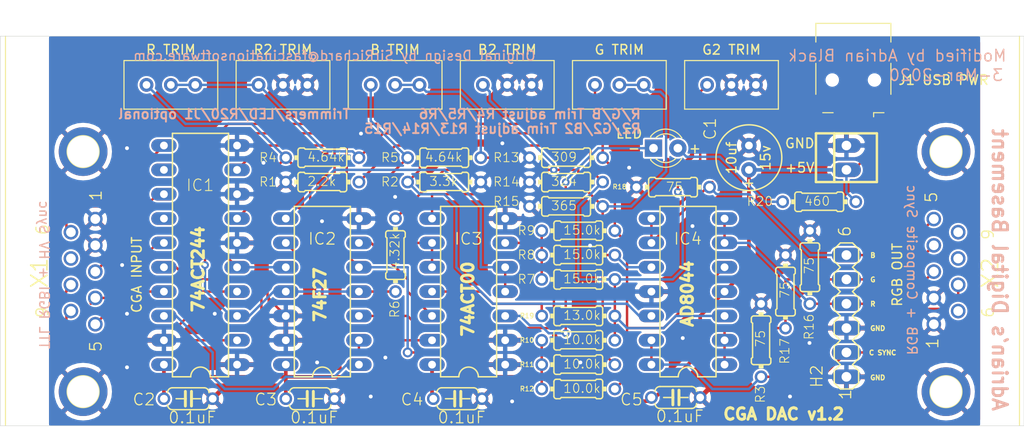
<source format=kicad_pcb>
(kicad_pcb (version 20171130) (host pcbnew "(5.1.4)-1")
  (layers (0 Top signal) (31 Bottom signal) (34 B.Paste user hide) (35 F.Paste user hide) (36 B.SilkS user hide) (37 F.SilkS user) (38 B.Mask user) (39 F.Mask user) (44 Edge.Cuts user))
  (net 0 "")
  (net 1 +5V)
  (net 2 GND)
  (net 3 "Net-(IC1-Pad18)")
  (net 4 "Net-(IC1-Pad17)")
  (net 5 "Net-(IC1-Pad16)")
  (net 6 "Net-(IC1-Pad15)")
  (net 7 "Net-(IC1-Pad14)")
  (net 8 "Net-(IC1-Pad13)")
  (net 9 "Net-(IC1-Pad12)")
  (net 10 "Net-(IC1-Pad11)")
  (net 11 "Net-(IC1-Pad9)")
  (net 12 "Net-(IC1-Pad5)")
  (net 13 "Net-(IC1-Pad4)")
  (net 14 "Net-(IC1-Pad3)")
  (net 15 "Net-(IC1-Pad7)")
  (net 16 "Net-(IC1-Pad2)")
  (net 17 "Net-(IC2-Pad6)")
  (net 18 "Net-(IC2-Pad3)")
  (net 19 "Net-(IC2-Pad8)")
  (net 20 "Net-(IC3-Pad11)")
  (net 21 "Net-(IC3-Pad6)")
  (net 22 "Net-(H2-Pad2)")
  (net 23 "Net-(IC4-Pad12)")
  (net 24 "Net-(IC4-Pad10)")
  (net 25 "Net-(H2-Pad6)")
  (net 26 "Net-(IC4-Pad5)")
  (net 27 "Net-(H2-Pad4)")
  (net 28 "Net-(IC4-Pad3)")
  (net 29 "Net-(H2-Pad5)")
  (net 30 "Net-(X1-Pad7)")
  (net 31 "Net-(D1-Pad1)")
  (net 32 "Net-(X2-Pad6)")
  (net 33 "Net-(X2-Pad8)")
  (net 34 "Net-(X2-Pad9)")
  (net 35 "Net-(D1-Pad2)")
  (net 36 "Net-(J1-Pad3)")
  (net 37 "Net-(J1-Pad2)")
  (net 38 "Net-(J1-Pad4)")
  (module Connector_USB:USB_Mini-B_Lumberg_2486_01_Horizontal (layer Top) (at 190.5 84.836 180)
    (fp_text reference "J1 USB PWR" (at -9.398 0) (layer F.SilkS))
    (fp_text value USB_B_Mini)
    (pad "" np_thru_hole circle (at 2.2 0 180) (size 1 1) (drill 1) (layers *.Cu *.Mask))
    (pad "" np_thru_hole circle (at -2.2 0 180) (size 1 1) (drill 1) (layers *.Cu *.Mask))
    (pad 6 smd rect (at 4.45 2.85 180) (size 2 1.7) (layers Top F.Paste F.Mask) (net 2 GND))
    (pad 6 smd rect (at 4.45 -2.6 180) (size 2 1.7) (layers Top F.Paste F.Mask) (net 2 GND))
    (pad 6 smd rect (at -4.45 2.85 180) (size 2 1.7) (layers Top F.Paste F.Mask) (net 2 GND))
    (pad 6 smd rect (at -4.45 -2.6 180) (size 2 1.7) (layers Top F.Paste F.Mask) (net 2 GND))
    (pad 5 smd rect (at 1.6 -2.7 180) (size 0.5 2) (layers Top F.Paste F.Mask) (net 2 GND))
    (pad 4 smd rect (at 0.8 -2.7 180) (size 0.5 2) (layers Top F.Paste F.Mask) (net 38 "Net-(J1-Pad4)"))
    (pad 3 smd rect (at 0 -2.7 180) (size 0.5 2) (layers Top F.Paste F.Mask) (net 36 "Net-(J1-Pad3)"))
    (pad 2 smd rect (at -0.8 -2.7 180) (size 0.5 2) (layers Top F.Paste F.Mask) (net 37 "Net-(J1-Pad2)"))
    (pad 1 smd rect (at -1.6 -2.7 180) (size 0.5 2) (layers Top F.Paste F.Mask) (net 1 +5V))
  )
  (module Potentiometer_THT:Potentiometer_Bourns_3296W_Vertical (layer Top) (at 151.892 85.344 180)
    (fp_text reference RV6)
    (fp_text value "B2 TRIM" (at -2.54 3.67) (layer F.SilkS))
    (pad 3 thru_hole circle (at -5.08 0 180) (size 1.44 1.44) (drill 0.8) (layers *.Cu *.Mask) (net 2 GND))
    (pad 2 thru_hole circle (at -2.54 0 180) (size 1.44 1.44) (drill 0.8) (layers *.Cu *.Mask) (net 2 GND))
    (pad 1 thru_hole circle (at 0 0 180) (size 1.44 1.44) (drill 0.8) (layers *.Cu *.Mask) (net 24 "Net-(IC4-Pad10)"))
  )
  (module Potentiometer_THT:Potentiometer_Bourns_3296W_Vertical (layer Top) (at 175.26 85.344 180)
    (fp_text reference RV5)
    (fp_text value "G2 TRIM" (at -2.54 3.67) (layer F.SilkS))
    (pad 3 thru_hole circle (at -5.08 0 180) (size 1.44 1.44) (drill 0.8) (layers *.Cu *.Mask) (net 2 GND))
    (pad 2 thru_hole circle (at -2.54 0 180) (size 1.44 1.44) (drill 0.8) (layers *.Cu *.Mask) (net 2 GND))
    (pad 1 thru_hole circle (at 0 0 180) (size 1.44 1.44) (drill 0.8) (layers *.Cu *.Mask) (net 28 "Net-(IC4-Pad3)"))
  )
  (module Potentiometer_THT:Potentiometer_Bourns_3296W_Vertical (layer Top) (at 128.524 85.344 180)
    (fp_text reference RV4)
    (fp_text value "R2 TRIM" (at -2.54 3.67) (layer F.SilkS))
    (pad 3 thru_hole circle (at -5.08 0 180) (size 1.44 1.44) (drill 0.8) (layers *.Cu *.Mask) (net 2 GND))
    (pad 2 thru_hole circle (at -2.54 0 180) (size 1.44 1.44) (drill 0.8) (layers *.Cu *.Mask) (net 2 GND))
    (pad 1 thru_hole circle (at 0 0 180) (size 1.44 1.44) (drill 0.8) (layers *.Cu *.Mask) (net 26 "Net-(IC4-Pad5)"))
  )
  (module Potentiometer_THT:Potentiometer_Bourns_3296W_Vertical (layer Top) (at 163.576 85.344 180)
    (fp_text reference RV3)
    (fp_text value "G TRIM" (at -2.54 3.67) (layer F.SilkS))
    (pad 3 thru_hole circle (at -5.08 0 180) (size 1.44 1.44) (drill 0.8) (layers *.Cu *.Mask) (net 24 "Net-(IC4-Pad10)"))
    (pad 2 thru_hole circle (at -2.54 0 180) (size 1.44 1.44) (drill 0.8) (layers *.Cu *.Mask) (net 24 "Net-(IC4-Pad10)"))
    (pad 1 thru_hole circle (at 0 0 180) (size 1.44 1.44) (drill 0.8) (layers *.Cu *.Mask) (net 14 "Net-(IC1-Pad3)"))
  )
  (module Potentiometer_THT:Potentiometer_Bourns_3296W_Vertical (layer Top) (at 140.208 85.344 180)
    (fp_text reference RV2)
    (fp_text value "B TRIM" (at -2.54 3.67) (layer F.SilkS))
    (pad 3 thru_hole circle (at -5.08 0 180) (size 1.44 1.44) (drill 0.8) (layers *.Cu *.Mask) (net 28 "Net-(IC4-Pad3)"))
    (pad 2 thru_hole circle (at -2.54 0 180) (size 1.44 1.44) (drill 0.8) (layers *.Cu *.Mask) (net 28 "Net-(IC4-Pad3)"))
    (pad 1 thru_hole circle (at 0 0 180) (size 1.44 1.44) (drill 0.8) (layers *.Cu *.Mask) (net 12 "Net-(IC1-Pad5)"))
  )
  (module Potentiometer_THT:Potentiometer_Bourns_3296W_Vertical (layer Top) (at 116.84 85.344 180)
    (fp_text reference RV1)
    (fp_text value "R TRIM" (at -2.54 3.67) (layer F.SilkS))
    (pad 3 thru_hole circle (at -5.08 0 180) (size 1.44 1.44) (drill 0.8) (layers *.Cu *.Mask) (net 26 "Net-(IC4-Pad5)"))
    (pad 2 thru_hole circle (at -2.54 0 180) (size 1.44 1.44) (drill 0.8) (layers *.Cu *.Mask) (net 26 "Net-(IC4-Pad5)"))
    (pad 1 thru_hole circle (at 0 0 180) (size 1.44 1.44) (drill 0.8) (layers *.Cu *.Mask) (net 15 "Net-(IC1-Pad7)"))
  )
  (module C128_CGA_DAC:0204_7 (layer Top) (at 186.944 97.536)
    (fp_text reference R20 (at -7.62 0.508) (layer F.SilkS) (effects (font (size 0.94107 0.94107) (thickness 0.094107)) (justify left bottom)))
    (fp_text value 460 (at -1.6256 0.4826) (layer F.SilkS) (effects (font (size 0.94107 0.94107) (thickness 0.094107)) (justify left bottom)))
    (pad 2 thru_hole circle (at 3.81 0) (size 1.3208 1.3208) (drill 0.8128) (layers *.Cu *.Mask) (net 1 +5V))
    (pad 1 thru_hole circle (at -3.81 0) (size 1.3208 1.3208) (drill 0.8128) (layers *.Cu *.Mask) (net 35 "Net-(D1-Pad2)"))
  )
  (module C128_CGA_DAC:M09HP (layer Top) (at 200.152 104.8258 90)
    (fp_text reference X2 (at -1.8542 5.588 90) (layer F.SilkS) (effects (font (size 1.6891 1.6891) (thickness 0.16891)) (justify left bottom)))
    (fp_text value DB9 hide)
    (fp_text user 6 (at -4.9022 5.08 90) (layer F.SilkS) (effects (font (size 1.2065 1.2065) (thickness 0.127)) (justify left bottom)))
    (fp_text user 9 (at 3.2258 5.08 90) (layer F.SilkS) (effects (font (size 1.2065 1.2065) (thickness 0.127)) (justify left bottom)))
    (fp_text user 5 (at 7.0993 -0.8255 90) (layer F.SilkS) (effects (font (size 1.2065 1.2065) (thickness 0.127)) (justify left bottom)))
    (fp_text user 1 (at -8.1407 -0.6985 90) (layer F.SilkS) (effects (font (size 1.2065 1.2065) (thickness 0.127)) (justify left bottom)))
    (pad G2 thru_hole circle (at 12.5222 0 90) (size 5.08 5.08) (drill 3.302) (layers *.Cu *.Mask) (net 2 GND))
    (pad G1 thru_hole circle (at -12.5222 0 90) (size 5.08 5.08) (drill 3.302) (layers *.Cu *.Mask) (net 2 GND))
    (pad 6 thru_hole circle (at -4.1148 1.27 90) (size 1.524 1.524) (drill 1.016) (layers *.Cu *.Mask) (net 32 "Net-(X2-Pad6)"))
    (pad 7 thru_hole circle (at -1.3716 1.27 90) (size 1.524 1.524) (drill 1.016) (layers *.Cu *.Mask) (net 22 "Net-(H2-Pad2)"))
    (pad 8 thru_hole circle (at 1.3716 1.27 90) (size 1.524 1.524) (drill 1.016) (layers *.Cu *.Mask) (net 33 "Net-(X2-Pad8)"))
    (pad 9 thru_hole circle (at 4.1148 1.27 90) (size 1.524 1.524) (drill 1.016) (layers *.Cu *.Mask) (net 34 "Net-(X2-Pad9)"))
    (pad 1 thru_hole circle (at -5.4864 -1.27 90) (size 1.524 1.524) (drill 1.016) (layers *.Cu *.Mask) (net 2 GND))
    (pad 2 thru_hole circle (at -2.7432 -1.27 90) (size 1.524 1.524) (drill 1.016) (layers *.Cu *.Mask) (net 2 GND))
    (pad 3 thru_hole circle (at 0 -1.27 90) (size 1.524 1.524) (drill 1.016) (layers *.Cu *.Mask) (net 27 "Net-(H2-Pad4)"))
    (pad 4 thru_hole circle (at 2.7432 -1.27 90) (size 1.524 1.524) (drill 1.016) (layers *.Cu *.Mask) (net 29 "Net-(H2-Pad5)"))
    (pad 5 thru_hole circle (at 5.4864 -1.27 90) (size 1.524 1.524) (drill 1.016) (layers *.Cu *.Mask) (net 25 "Net-(H2-Pad6)"))
  )
  (module LED_THT:LED_D3.0mm (layer Top) (at 169.672 91.948)
    (fp_text reference D1 hide)
    (fp_text value LED (at -2.54 -1.524) (layer F.SilkS))
    (pad 2 thru_hole circle (at 2.54 0) (size 1.8 1.8) (drill 0.9) (layers *.Cu *.Mask) (net 35 "Net-(D1-Pad2)"))
    (pad 1 thru_hole rect (at 0 0) (size 1.8 1.8) (drill 0.9) (layers *.Cu *.Mask) (net 31 "Net-(D1-Pad1)"))
  )
  (module C128_CGA_DAC:DIL20 (layer Top) (at 122.4661 103.0986 90)
    (fp_text reference IC1 (at 6.5786 -1.5621) (layer F.SilkS) (effects (font (size 1.2065 1.2065) (thickness 0.09652)) (justify left bottom)))
    (fp_text value 74ACT244 (at -6.1214 0.4699 90) (layer F.SilkS) (effects (font (size 1.2065 1.2065) (thickness 0.3)) (justify left bottom)))
    (pad 20 thru_hole oval (at -11.43 -3.81 180) (size 2.6416 1.3208) (drill 0.8128) (layers *.Cu *.Mask) (net 1 +5V))
    (pad 19 thru_hole oval (at -8.89 -3.81 180) (size 2.6416 1.3208) (drill 0.8128) (layers *.Cu *.Mask) (net 2 GND))
    (pad 18 thru_hole oval (at -6.35 -3.81 180) (size 2.6416 1.3208) (drill 0.8128) (layers *.Cu *.Mask) (net 3 "Net-(IC1-Pad18)"))
    (pad 17 thru_hole oval (at -3.81 -3.81 180) (size 2.6416 1.3208) (drill 0.8128) (layers *.Cu *.Mask) (net 4 "Net-(IC1-Pad17)"))
    (pad 16 thru_hole oval (at -1.27 -3.81 180) (size 2.6416 1.3208) (drill 0.8128) (layers *.Cu *.Mask) (net 5 "Net-(IC1-Pad16)"))
    (pad 15 thru_hole oval (at 1.27 -3.81 180) (size 2.6416 1.3208) (drill 0.8128) (layers *.Cu *.Mask) (net 6 "Net-(IC1-Pad15)"))
    (pad 14 thru_hole oval (at 3.81 -3.81 180) (size 2.6416 1.3208) (drill 0.8128) (layers *.Cu *.Mask) (net 7 "Net-(IC1-Pad14)"))
    (pad 13 thru_hole oval (at 6.35 -3.81 180) (size 2.6416 1.3208) (drill 0.8128) (layers *.Cu *.Mask) (net 8 "Net-(IC1-Pad13)"))
    (pad 12 thru_hole oval (at 8.89 -3.81 180) (size 2.6416 1.3208) (drill 0.8128) (layers *.Cu *.Mask) (net 9 "Net-(IC1-Pad12)"))
    (pad 11 thru_hole oval (at 11.43 -3.81 180) (size 2.6416 1.3208) (drill 0.8128) (layers *.Cu *.Mask) (net 10 "Net-(IC1-Pad11)"))
    (pad 10 thru_hole oval (at 11.43 3.81 180) (size 2.6416 1.3208) (drill 0.8128) (layers *.Cu *.Mask) (net 2 GND))
    (pad 9 thru_hole oval (at 8.89 3.81 180) (size 2.6416 1.3208) (drill 0.8128) (layers *.Cu *.Mask) (net 11 "Net-(IC1-Pad9)"))
    (pad 5 thru_hole oval (at -1.27 3.81 180) (size 2.6416 1.3208) (drill 0.8128) (layers *.Cu *.Mask) (net 12 "Net-(IC1-Pad5)"))
    (pad 6 thru_hole oval (at 1.27 3.81 180) (size 2.6416 1.3208) (drill 0.8128) (layers *.Cu *.Mask) (net 2 GND))
    (pad 4 thru_hole oval (at -3.81 3.81 180) (size 2.6416 1.3208) (drill 0.8128) (layers *.Cu *.Mask) (net 13 "Net-(IC1-Pad4)"))
    (pad 3 thru_hole oval (at -6.35 3.81 180) (size 2.6416 1.3208) (drill 0.8128) (layers *.Cu *.Mask) (net 14 "Net-(IC1-Pad3)"))
    (pad 8 thru_hole oval (at 6.35 3.81 180) (size 2.6416 1.3208) (drill 0.8128) (layers *.Cu *.Mask) (net 2 GND))
    (pad 7 thru_hole oval (at 3.81 3.81 180) (size 2.6416 1.3208) (drill 0.8128) (layers *.Cu *.Mask) (net 15 "Net-(IC1-Pad7)"))
    (pad 2 thru_hole oval (at -8.89 3.81 180) (size 2.6416 1.3208) (drill 0.8128) (layers *.Cu *.Mask) (net 16 "Net-(IC1-Pad2)"))
    (pad 1 thru_hole oval (at -11.43 3.81 180) (size 2.6416 1.3208) (drill 0.8128) (layers *.Cu *.Mask) (net 2 GND))
  )
  (module C128_CGA_DAC:DIL14 (layer Top) (at 135.1661 106.9086 90)
    (fp_text reference IC2 (at 4.8006 -1.5621) (layer F.SilkS) (effects (font (size 1.2065 1.2065) (thickness 0.12065)) (justify left bottom)))
    (fp_text value 74F27 (at -3.3274 0.4699 90) (layer F.SilkS) (effects (font (size 1.2065 1.2065) (thickness 0.3)) (justify left bottom)))
    (pad 14 thru_hole oval (at -7.62 -3.81 180) (size 2.6416 1.3208) (drill 0.8128) (layers *.Cu *.Mask) (net 1 +5V))
    (pad 13 thru_hole oval (at -5.08 -3.81 180) (size 2.6416 1.3208) (drill 0.8128) (layers *.Cu *.Mask) (net 2 GND))
    (pad 12 thru_hole oval (at -2.54 -3.81 180) (size 2.6416 1.3208) (drill 0.8128) (layers *.Cu *.Mask) (net 2 GND))
    (pad 11 thru_hole oval (at 0 -3.81 180) (size 2.6416 1.3208) (drill 0.8128) (layers *.Cu *.Mask) (net 14 "Net-(IC1-Pad3)"))
    (pad 10 thru_hole oval (at 2.54 -3.81 180) (size 2.6416 1.3208) (drill 0.8128) (layers *.Cu *.Mask) (net 12 "Net-(IC1-Pad5)"))
    (pad 9 thru_hole oval (at 5.08 -3.81 180) (size 2.6416 1.3208) (drill 0.8128) (layers *.Cu *.Mask) (net 15 "Net-(IC1-Pad7)"))
    (pad 5 thru_hole oval (at 2.54 3.81 180) (size 2.6416 1.3208) (drill 0.8128) (layers *.Cu *.Mask) (net 11 "Net-(IC1-Pad9)"))
    (pad 6 thru_hole oval (at 5.08 3.81 180) (size 2.6416 1.3208) (drill 0.8128) (layers *.Cu *.Mask) (net 17 "Net-(IC2-Pad6)"))
    (pad 4 thru_hole oval (at 0 3.81 180) (size 2.6416 1.3208) (drill 0.8128) (layers *.Cu *.Mask) (net 14 "Net-(IC1-Pad3)"))
    (pad 3 thru_hole oval (at -2.54 3.81 180) (size 2.6416 1.3208) (drill 0.8128) (layers *.Cu *.Mask) (net 18 "Net-(IC2-Pad3)"))
    (pad 8 thru_hole oval (at 7.62 -3.81 180) (size 2.6416 1.3208) (drill 0.8128) (layers *.Cu *.Mask) (net 19 "Net-(IC2-Pad8)"))
    (pad 7 thru_hole oval (at 7.62 3.81 180) (size 2.6416 1.3208) (drill 0.8128) (layers *.Cu *.Mask) (net 2 GND))
    (pad 2 thru_hole oval (at -5.08 3.81 180) (size 2.6416 1.3208) (drill 0.8128) (layers *.Cu *.Mask) (net 5 "Net-(IC1-Pad16)"))
    (pad 1 thru_hole oval (at -7.62 3.81 180) (size 2.6416 1.3208) (drill 0.8128) (layers *.Cu *.Mask) (net 3 "Net-(IC1-Pad18)"))
  )
  (module C128_CGA_DAC:DIL14 (layer Top) (at 150.4061 106.9086 90)
    (fp_text reference IC3 (at 4.8006 -1.5621) (layer F.SilkS) (effects (font (size 1.2065 1.2065) (thickness 0.12065)) (justify left bottom)))
    (fp_text value 74ACT00 (at -4.8514 0.635 90) (layer F.SilkS) (effects (font (size 1.2065 1.2065) (thickness 0.3)) (justify left bottom)))
    (pad 14 thru_hole oval (at -7.62 -3.81 180) (size 2.6416 1.3208) (drill 0.8128) (layers *.Cu *.Mask) (net 1 +5V))
    (pad 13 thru_hole oval (at -5.08 -3.81 180) (size 2.6416 1.3208) (drill 0.8128) (layers *.Cu *.Mask) (net 15 "Net-(IC1-Pad7)"))
    (pad 12 thru_hole oval (at -2.54 -3.81 180) (size 2.6416 1.3208) (drill 0.8128) (layers *.Cu *.Mask) (net 17 "Net-(IC2-Pad6)"))
    (pad 11 thru_hole oval (at 0 -3.81 180) (size 2.6416 1.3208) (drill 0.8128) (layers *.Cu *.Mask) (net 20 "Net-(IC3-Pad11)"))
    (pad 10 thru_hole oval (at 2.54 -3.81 180) (size 2.6416 1.3208) (drill 0.8128) (layers *.Cu *.Mask) (net 12 "Net-(IC1-Pad5)"))
    (pad 9 thru_hole oval (at 5.08 -3.81 180) (size 2.6416 1.3208) (drill 0.8128) (layers *.Cu *.Mask) (net 12 "Net-(IC1-Pad5)"))
    (pad 5 thru_hole oval (at 2.54 3.81 180) (size 2.6416 1.3208) (drill 0.8128) (layers *.Cu *.Mask) (net 19 "Net-(IC2-Pad8)"))
    (pad 6 thru_hole oval (at 5.08 3.81 180) (size 2.6416 1.3208) (drill 0.8128) (layers *.Cu *.Mask) (net 21 "Net-(IC3-Pad6)"))
    (pad 4 thru_hole oval (at 0 3.81 180) (size 2.6416 1.3208) (drill 0.8128) (layers *.Cu *.Mask) (net 19 "Net-(IC2-Pad8)"))
    (pad 3 thru_hole oval (at -2.54 3.81 180) (size 2.6416 1.3208) (drill 0.8128) (layers *.Cu *.Mask) (net 31 "Net-(D1-Pad1)"))
    (pad 8 thru_hole oval (at 7.62 -3.81 180) (size 2.6416 1.3208) (drill 0.8128) (layers *.Cu *.Mask) (net 18 "Net-(IC2-Pad3)"))
    (pad 7 thru_hole oval (at 7.62 3.81 180) (size 2.6416 1.3208) (drill 0.8128) (layers *.Cu *.Mask) (net 2 GND))
    (pad 2 thru_hole oval (at -5.08 3.81 180) (size 2.6416 1.3208) (drill 0.8128) (layers *.Cu *.Mask) (net 2 GND))
    (pad 1 thru_hole oval (at -7.62 3.81 180) (size 2.6416 1.3208) (drill 0.8128) (layers *.Cu *.Mask) (net 2 GND))
  )
  (module C128_CGA_DAC:DIL14 (layer Top) (at 173.2661 106.9086 90)
    (fp_text reference IC4 (at 4.8006 -1.5621) (layer F.SilkS) (effects (font (size 1.2065 1.2065) (thickness 0.12065)) (justify left bottom)))
    (fp_text value AD8044 (at -3.8354 0.635 90) (layer F.SilkS) (effects (font (size 1.2065 1.2065) (thickness 0.3)) (justify left bottom)))
    (pad 14 thru_hole oval (at -7.62 -3.81 180) (size 2.6416 1.3208) (drill 0.8128) (layers *.Cu *.Mask) (net 22 "Net-(H2-Pad2)"))
    (pad 13 thru_hole oval (at -5.08 -3.81 180) (size 2.6416 1.3208) (drill 0.8128) (layers *.Cu *.Mask) (net 22 "Net-(H2-Pad2)"))
    (pad 12 thru_hole oval (at -2.54 -3.81 180) (size 2.6416 1.3208) (drill 0.8128) (layers *.Cu *.Mask) (net 23 "Net-(IC4-Pad12)"))
    (pad 11 thru_hole oval (at 0 -3.81 180) (size 2.6416 1.3208) (drill 0.8128) (layers *.Cu *.Mask) (net 2 GND))
    (pad 10 thru_hole oval (at 2.54 -3.81 180) (size 2.6416 1.3208) (drill 0.8128) (layers *.Cu *.Mask) (net 24 "Net-(IC4-Pad10)"))
    (pad 9 thru_hole oval (at 5.08 -3.81 180) (size 2.6416 1.3208) (drill 0.8128) (layers *.Cu *.Mask) (net 25 "Net-(H2-Pad6)"))
    (pad 5 thru_hole oval (at 2.54 3.81 180) (size 2.6416 1.3208) (drill 0.8128) (layers *.Cu *.Mask) (net 26 "Net-(IC4-Pad5)"))
    (pad 6 thru_hole oval (at 5.08 3.81 180) (size 2.6416 1.3208) (drill 0.8128) (layers *.Cu *.Mask) (net 27 "Net-(H2-Pad4)"))
    (pad 4 thru_hole oval (at 0 3.81 180) (size 2.6416 1.3208) (drill 0.8128) (layers *.Cu *.Mask) (net 1 +5V))
    (pad 3 thru_hole oval (at -2.54 3.81 180) (size 2.6416 1.3208) (drill 0.8128) (layers *.Cu *.Mask) (net 28 "Net-(IC4-Pad3)"))
    (pad 8 thru_hole oval (at 7.62 -3.81 180) (size 2.6416 1.3208) (drill 0.8128) (layers *.Cu *.Mask) (net 25 "Net-(H2-Pad6)"))
    (pad 7 thru_hole oval (at 7.62 3.81 180) (size 2.6416 1.3208) (drill 0.8128) (layers *.Cu *.Mask) (net 27 "Net-(H2-Pad4)"))
    (pad 2 thru_hole oval (at -5.08 3.81 180) (size 2.6416 1.3208) (drill 0.8128) (layers *.Cu *.Mask) (net 29 "Net-(H2-Pad5)"))
    (pad 1 thru_hole oval (at -7.62 3.81 180) (size 2.6416 1.3208) (drill 0.8128) (layers *.Cu *.Mask) (net 29 "Net-(H2-Pad5)"))
  )
  (module C128_CGA_DAC:MA06-1 (layer Top) (at 189.7761 109.4486 90)
    (fp_text reference H2 (at -7.5819 -2.3876 90) (layer F.SilkS) (effects (font (size 1.2065 1.2065) (thickness 0.12065)) (justify left bottom)))
    (fp_text value CGA_Out hide)
    (fp_text user 6 (at 8.1661 0.5334 90) (layer F.SilkS) (effects (font (size 1.2065 1.2065) (thickness 0.127)) (justify left bottom)))
    (fp_text user 1 (at -8.8519 0.5969 90) (layer F.SilkS) (effects (font (size 1.2065 1.2065) (thickness 0.127)) (justify left bottom)))
    (pad 6 thru_hole oval (at 6.35 0 180) (size 3.048 1.524) (drill 1.016) (layers *.Cu *.Mask) (net 25 "Net-(H2-Pad6)"))
    (pad 5 thru_hole oval (at 3.81 0 180) (size 3.048 1.524) (drill 1.016) (layers *.Cu *.Mask) (net 29 "Net-(H2-Pad5)"))
    (pad 4 thru_hole oval (at 1.27 0 180) (size 3.048 1.524) (drill 1.016) (layers *.Cu *.Mask) (net 27 "Net-(H2-Pad4)"))
    (pad 3 thru_hole oval (at -1.27 0 180) (size 3.048 1.524) (drill 1.016) (layers *.Cu *.Mask) (net 2 GND))
    (pad 2 thru_hole oval (at -3.81 0 180) (size 3.048 1.524) (drill 1.016) (layers *.Cu *.Mask) (net 22 "Net-(H2-Pad2)"))
    (pad 1 thru_hole oval (at -6.35 0 180) (size 3.048 1.524) (drill 1.016) (layers *.Cu *.Mask) (net 2 GND))
  )
  (module C128_CGA_DAC:M09HP (layer Top) (at 110.236 104.8258 270)
    (fp_text reference X1 (at 1.8542 3.556 90) (layer F.SilkS) (effects (font (size 1.6891 1.6891) (thickness 0.16891)) (justify left bottom)))
    (fp_text value DB9 hide)
    (fp_text user 6 (at -3.7338 3.556 270) (layer F.SilkS) (effects (font (size 1.2065 1.2065) (thickness 0.127)) (justify left bottom)))
    (fp_text user 9 (at 4.9022 3.556 270) (layer F.SilkS) (effects (font (size 1.2065 1.2065) (thickness 0.127)) (justify left bottom)))
    (fp_text user 5 (at 8.4582 -2.032 270) (layer F.SilkS) (effects (font (size 1.2065 1.2065) (thickness 0.127)) (justify left bottom)))
    (fp_text user 1 (at -7.2898 -2.032 270) (layer F.SilkS) (effects (font (size 1.2065 1.2065) (thickness 0.127)) (justify left bottom)))
    (pad G2 thru_hole circle (at 12.5222 0 270) (size 5.08 5.08) (drill 3.302) (layers *.Cu *.Mask) (net 2 GND))
    (pad G1 thru_hole circle (at -12.5222 0 270) (size 5.08 5.08) (drill 3.302) (layers *.Cu *.Mask) (net 2 GND))
    (pad 6 thru_hole circle (at -4.1148 1.27 270) (size 1.524 1.524) (drill 1.016) (layers *.Cu *.Mask) (net 10 "Net-(IC1-Pad11)"))
    (pad 7 thru_hole circle (at -1.3716 1.27 270) (size 1.524 1.524) (drill 1.016) (layers *.Cu *.Mask) (net 30 "Net-(X1-Pad7)"))
    (pad 8 thru_hole circle (at 1.3716 1.27 270) (size 1.524 1.524) (drill 1.016) (layers *.Cu *.Mask) (net 16 "Net-(IC1-Pad2)"))
    (pad 9 thru_hole circle (at 4.1148 1.27 270) (size 1.524 1.524) (drill 1.016) (layers *.Cu *.Mask) (net 13 "Net-(IC1-Pad4)"))
    (pad 1 thru_hole circle (at -5.4864 -1.27 270) (size 1.524 1.524) (drill 1.016) (layers *.Cu *.Mask) (net 2 GND))
    (pad 2 thru_hole circle (at -2.7432 -1.27 270) (size 1.524 1.524) (drill 1.016) (layers *.Cu *.Mask) (net 2 GND))
    (pad 3 thru_hole circle (at 0 -1.27 270) (size 1.524 1.524) (drill 1.016) (layers *.Cu *.Mask) (net 8 "Net-(IC1-Pad13)"))
    (pad 4 thru_hole circle (at 2.7432 -1.27 270) (size 1.524 1.524) (drill 1.016) (layers *.Cu *.Mask) (net 6 "Net-(IC1-Pad15)"))
    (pad 5 thru_hole circle (at 5.4864 -1.27 270) (size 1.524 1.524) (drill 1.016) (layers *.Cu *.Mask) (net 4 "Net-(IC1-Pad17)"))
  )
  (module C128_CGA_DAC:22-23-2021 (layer Top) (at 189.7761 92.9386 90)
    (fp_text reference POWER1 hide)
    (fp_text value 22-23-2021)
    (pad 2 thru_hole oval (at 1.27 0 180) (size 3.016 1.508) (drill 1) (layers *.Cu *.Mask) (net 2 GND))
    (pad 1 thru_hole oval (at -1.27 0 180) (size 3.016 1.508) (drill 1) (layers *.Cu *.Mask) (net 1 +5V))
  )
  (module C128_CGA_DAC:E2,5-7 (layer Top) (at 179.6161 92.9386 90)
    (fp_text reference C1 (at 1.7526 -3.3401 90) (layer F.SilkS) (effects (font (size 1.2065 1.2065) (thickness 0.12065)) (justify left bottom)))
    (fp_text value CPOL-USE2.5-7)
    (pad + thru_hole circle (at -1.27 0 90) (size 1.6002 1.6002) (drill 0.8128) (layers *.Cu *.Mask) (net 1 +5V))
    (pad - thru_hole circle (at 1.27 0 90) (size 1.6002 1.6002) (drill 0.8128) (layers *.Cu *.Mask) (net 2 GND))
  )
  (module C128_CGA_DAC:C050-024X044 (layer Top) (at 121.1961 118.0846)
    (fp_text reference C2 (at -5.8801 0.7874) (layer F.SilkS) (effects (font (size 1.2065 1.2065) (thickness 0.12065)) (justify left bottom)))
    (fp_text value 0.1uF (at -2.159 2.667) (layer F.SilkS) (effects (font (size 1.2065 1.2065) (thickness 0.12065)) (justify left bottom)))
    (pad 2 thru_hole circle (at 2.54 0) (size 1.3208 1.3208) (drill 0.8128) (layers *.Cu *.Mask) (net 2 GND))
    (pad 1 thru_hole circle (at -2.54 0) (size 1.3208 1.3208) (drill 0.8128) (layers *.Cu *.Mask) (net 1 +5V))
  )
  (module C128_CGA_DAC:C050-024X044 (layer Top) (at 133.8961 118.0846)
    (fp_text reference C3 (at -5.8801 0.7874) (layer F.SilkS) (effects (font (size 1.2065 1.2065) (thickness 0.12065)) (justify left bottom)))
    (fp_text value 0.1uF (at -2.159 2.667) (layer F.SilkS) (effects (font (size 1.2065 1.2065) (thickness 0.12065)) (justify left bottom)))
    (pad 2 thru_hole circle (at 2.54 0) (size 1.3208 1.3208) (drill 0.8128) (layers *.Cu *.Mask) (net 2 GND))
    (pad 1 thru_hole circle (at -2.54 0) (size 1.3208 1.3208) (drill 0.8128) (layers *.Cu *.Mask) (net 1 +5V))
  )
  (module C128_CGA_DAC:C050-024X044 (layer Top) (at 149.2631 118.0846)
    (fp_text reference C4 (at -6.0071 0.7874) (layer F.SilkS) (effects (font (size 1.2065 1.2065) (thickness 0.12065)) (justify left bottom)))
    (fp_text value 0.1uF (at -2.159 2.667) (layer F.SilkS) (effects (font (size 1.2065 1.2065) (thickness 0.12065)) (justify left bottom)))
    (pad 2 thru_hole circle (at 2.54 0) (size 1.3208 1.3208) (drill 0.8128) (layers *.Cu *.Mask) (net 2 GND))
    (pad 1 thru_hole circle (at -2.54 0) (size 1.3208 1.3208) (drill 0.8128) (layers *.Cu *.Mask) (net 1 +5V))
  )
  (module C128_CGA_DAC:C050-024X044 (layer Top) (at 171.9961 117.9576)
    (fp_text reference C5 (at -5.8801 0.9144) (layer F.SilkS) (effects (font (size 1.2065 1.2065) (thickness 0.12065)) (justify left bottom)))
    (fp_text value 0.1uF (at -2.159 2.667) (layer F.SilkS) (effects (font (size 1.2065 1.2065) (thickness 0.12065)) (justify left bottom)))
    (pad 2 thru_hole circle (at 2.54 0) (size 1.3208 1.3208) (drill 0.8128) (layers *.Cu *.Mask) (net 2 GND))
    (pad 1 thru_hole circle (at -2.54 0) (size 1.3208 1.3208) (drill 0.8128) (layers *.Cu *.Mask) (net 1 +5V))
  )
  (module C128_CGA_DAC:0204_7 (layer Top) (at 135.1661 95.4786)
    (fp_text reference R1 (at -6.6421 0.5334) (layer F.SilkS) (effects (font (size 0.94107 0.94107) (thickness 0.094107)) (justify left bottom)))
    (fp_text value 2.2k (at -1.6256 0.4826) (layer F.SilkS) (effects (font (size 0.94107 0.94107) (thickness 0.094107)) (justify left bottom)))
    (pad 2 thru_hole circle (at 3.81 0) (size 1.3208 1.3208) (drill 0.8128) (layers *.Cu *.Mask) (net 23 "Net-(IC4-Pad12)"))
    (pad 1 thru_hole circle (at -3.81 0) (size 1.3208 1.3208) (drill 0.8128) (layers *.Cu *.Mask) (net 2 GND))
  )
  (module C128_CGA_DAC:0204_7 (layer Top) (at 147.8661 95.4786)
    (fp_text reference R2 (at -6.6421 0.5334) (layer F.SilkS) (effects (font (size 0.94107 0.94107) (thickness 0.094107)) (justify left bottom)))
    (fp_text value 3.3k (at -1.6256 0.4826) (layer F.SilkS) (effects (font (size 0.94107 0.94107) (thickness 0.094107)) (justify left bottom)))
    (pad 2 thru_hole circle (at 3.81 0) (size 1.3208 1.3208) (drill 0.8128) (layers *.Cu *.Mask) (net 2 GND))
    (pad 1 thru_hole circle (at -3.81 0) (size 1.3208 1.3208) (drill 0.8128) (layers *.Cu *.Mask) (net 23 "Net-(IC4-Pad12)"))
  )
  (module C128_CGA_DAC:0204_7 (layer Top) (at 180.8861 111.9886 90)
    (fp_text reference R3 (at -6.6294 0.4699 270) (layer F.SilkS) (effects (font (size 0.94107 0.94107) (thickness 0.094107)) (justify left bottom)))
    (fp_text value 75 (at -0.7874 0.4826 90) (layer F.SilkS) (effects (font (size 0.94107 0.94107) (thickness 0.094107)) (justify left bottom)))
    (pad 2 thru_hole circle (at 3.81 0 90) (size 1.3208 1.3208) (drill 0.8128) (layers *.Cu *.Mask) (net 2 GND))
    (pad 1 thru_hole circle (at -3.81 0 90) (size 1.3208 1.3208) (drill 0.8128) (layers *.Cu *.Mask) (net 22 "Net-(H2-Pad2)"))
  )
  (module C128_CGA_DAC:0204_7 (layer Top) (at 135.1661 92.9386)
    (fp_text reference R4 (at -6.6421 0.5334) (layer F.SilkS) (effects (font (size 0.94107 0.94107) (thickness 0.094107)) (justify left bottom)))
    (fp_text value 4.64k (at -1.6256 0.4826) (layer F.SilkS) (effects (font (size 0.94107 0.94107) (thickness 0.094107)) (justify left bottom)))
    (pad 2 thru_hole circle (at 3.81 0) (size 1.3208 1.3208) (drill 0.8128) (layers *.Cu *.Mask) (net 26 "Net-(IC4-Pad5)"))
    (pad 1 thru_hole circle (at -3.81 0) (size 1.3208 1.3208) (drill 0.8128) (layers *.Cu *.Mask) (net 15 "Net-(IC1-Pad7)"))
  )
  (module C128_CGA_DAC:0204_7 (layer Top) (at 147.8661 92.9386)
    (fp_text reference R5 (at -6.6421 0.5334) (layer F.SilkS) (effects (font (size 0.94107 0.94107) (thickness 0.094107)) (justify left bottom)))
    (fp_text value 4.64k (at -2.0701 0.4826) (layer F.SilkS) (effects (font (size 0.94107 0.94107) (thickness 0.094107)) (justify left bottom)))
    (pad 2 thru_hole circle (at 3.81 0) (size 1.3208 1.3208) (drill 0.8128) (layers *.Cu *.Mask) (net 28 "Net-(IC4-Pad3)"))
    (pad 1 thru_hole circle (at -3.81 0) (size 1.3208 1.3208) (drill 0.8128) (layers *.Cu *.Mask) (net 12 "Net-(IC1-Pad5)"))
  )
  (module C128_CGA_DAC:0204_7 (layer Top) (at 142.7861 103.0986 90)
    (fp_text reference R6 (at -6.6294 0.4699 90) (layer F.SilkS) (effects (font (size 0.94107 0.94107) (thickness 0.094107)) (justify left bottom)))
    (fp_text value 4.32k (at -1.6256 0.4826 90) (layer F.SilkS) (effects (font (size 0.94107 0.94107) (thickness 0.094107)) (justify left bottom)))
    (pad 2 thru_hole circle (at 3.81 0 90) (size 1.3208 1.3208) (drill 0.8128) (layers *.Cu *.Mask) (net 24 "Net-(IC4-Pad10)"))
    (pad 1 thru_hole circle (at -3.81 0 90) (size 1.3208 1.3208) (drill 0.8128) (layers *.Cu *.Mask) (net 14 "Net-(IC1-Pad3)"))
  )
  (module C128_CGA_DAC:0204_7 (layer Top) (at 161.8361 105.6386)
    (fp_text reference R7 (at -6.3881 0.5334) (layer F.SilkS) (effects (font (size 0.94107 0.94107) (thickness 0.094107)) (justify left bottom)))
    (fp_text value 15.0k (at -1.6256 0.4826) (layer F.SilkS) (effects (font (size 0.94107 0.94107) (thickness 0.094107)) (justify left bottom)))
    (pad 2 thru_hole circle (at 3.81 0) (size 1.3208 1.3208) (drill 0.8128) (layers *.Cu *.Mask) (net 28 "Net-(IC4-Pad3)"))
    (pad 1 thru_hole circle (at -3.81 0) (size 1.3208 1.3208) (drill 0.8128) (layers *.Cu *.Mask) (net 21 "Net-(IC3-Pad6)"))
  )
  (module C128_CGA_DAC:0204_7 (layer Top) (at 161.8361 103.0986)
    (fp_text reference R8 (at -6.3881 0.5334) (layer F.SilkS) (effects (font (size 0.94107 0.94107) (thickness 0.094107)) (justify left bottom)))
    (fp_text value 15.0k (at -1.6256 0.4826) (layer F.SilkS) (effects (font (size 0.94107 0.94107) (thickness 0.094107)) (justify left bottom)))
    (pad 2 thru_hole circle (at 3.81 0) (size 1.3208 1.3208) (drill 0.8128) (layers *.Cu *.Mask) (net 24 "Net-(IC4-Pad10)"))
    (pad 1 thru_hole circle (at -3.81 0) (size 1.3208 1.3208) (drill 0.8128) (layers *.Cu *.Mask) (net 21 "Net-(IC3-Pad6)"))
  )
  (module C128_CGA_DAC:0204_7 (layer Top) (at 161.8361 100.5586)
    (fp_text reference R9 (at -6.3881 0.5334) (layer F.SilkS) (effects (font (size 0.94107 0.94107) (thickness 0.094107)) (justify left bottom)))
    (fp_text value 15.0k (at -1.6256 0.4826) (layer F.SilkS) (effects (font (size 0.94107 0.94107) (thickness 0.094107)) (justify left bottom)))
    (pad 2 thru_hole circle (at 3.81 0) (size 1.3208 1.3208) (drill 0.8128) (layers *.Cu *.Mask) (net 26 "Net-(IC4-Pad5)"))
    (pad 1 thru_hole circle (at -3.81 0) (size 1.3208 1.3208) (drill 0.8128) (layers *.Cu *.Mask) (net 21 "Net-(IC3-Pad6)"))
  )
  (module C128_CGA_DAC:0204_7 (layer Top) (at 161.8361 111.9886)
    (fp_text reference R10 (at -6.1341 0.2794) (layer F.SilkS) (effects (font (size 0.5 0.5) (thickness 0.094107)) (justify left bottom)))
    (fp_text value 10.0k (at -1.6256 0.4826) (layer F.SilkS) (effects (font (size 0.94107 0.94107) (thickness 0.094107)) (justify left bottom)))
    (pad 2 thru_hole circle (at 3.81 0) (size 1.3208 1.3208) (drill 0.8128) (layers *.Cu *.Mask) (net 28 "Net-(IC4-Pad3)"))
    (pad 1 thru_hole circle (at -3.81 0) (size 1.3208 1.3208) (drill 0.8128) (layers *.Cu *.Mask) (net 11 "Net-(IC1-Pad9)"))
  )
  (module C128_CGA_DAC:0204_7 (layer Top) (at 161.8361 114.5286)
    (fp_text reference R11 (at -6.1341 0.2794) (layer F.SilkS) (effects (font (size 0.5 0.5) (thickness 0.094107)) (justify left bottom)))
    (fp_text value 10.0k (at -1.6256 0.4826) (layer F.SilkS) (effects (font (size 0.94107 0.94107) (thickness 0.094107)) (justify left bottom)))
    (pad 2 thru_hole circle (at 3.81 0) (size 1.3208 1.3208) (drill 0.8128) (layers *.Cu *.Mask) (net 24 "Net-(IC4-Pad10)"))
    (pad 1 thru_hole circle (at -3.81 0) (size 1.3208 1.3208) (drill 0.8128) (layers *.Cu *.Mask) (net 11 "Net-(IC1-Pad9)"))
  )
  (module C128_CGA_DAC:0204_7 (layer Top) (at 161.8361 117.0686)
    (fp_text reference R12 (at -6.1341 0.2794) (layer F.SilkS) (effects (font (size 0.5 0.5) (thickness 0.094107)) (justify left bottom)))
    (fp_text value 10.0k (at -1.6256 0.4826) (layer F.SilkS) (effects (font (size 0.94107 0.94107) (thickness 0.094107)) (justify left bottom)))
    (pad 2 thru_hole circle (at 3.81 0) (size 1.3208 1.3208) (drill 0.8128) (layers *.Cu *.Mask) (net 26 "Net-(IC4-Pad5)"))
    (pad 1 thru_hole circle (at -3.81 0) (size 1.3208 1.3208) (drill 0.8128) (layers *.Cu *.Mask) (net 11 "Net-(IC1-Pad9)"))
  )
  (module C128_CGA_DAC:0204_7 (layer Top) (at 160.5661 92.9386)
    (fp_text reference R13 (at -7.6581 0.5334) (layer F.SilkS) (effects (font (size 0.94107 0.94107) (thickness 0.094107)) (justify left bottom)))
    (fp_text value 309 (at -1.6256 0.4826) (layer F.SilkS) (effects (font (size 0.94107 0.94107) (thickness 0.094107)) (justify left bottom)))
    (pad 2 thru_hole circle (at 3.81 0) (size 1.3208 1.3208) (drill 0.8128) (layers *.Cu *.Mask) (net 26 "Net-(IC4-Pad5)"))
    (pad 1 thru_hole circle (at -3.81 0) (size 1.3208 1.3208) (drill 0.8128) (layers *.Cu *.Mask) (net 2 GND))
  )
  (module C128_CGA_DAC:0204_7 (layer Top) (at 160.5661 95.4786)
    (fp_text reference R14 (at -7.6581 0.5334) (layer F.SilkS) (effects (font (size 0.94107 0.94107) (thickness 0.094107)) (justify left bottom)))
    (fp_text value 324 (at -1.6256 0.4826) (layer F.SilkS) (effects (font (size 0.94107 0.94107) (thickness 0.094107)) (justify left bottom)))
    (pad 2 thru_hole circle (at 3.81 0) (size 1.3208 1.3208) (drill 0.8128) (layers *.Cu *.Mask) (net 28 "Net-(IC4-Pad3)"))
    (pad 1 thru_hole circle (at -3.81 0) (size 1.3208 1.3208) (drill 0.8128) (layers *.Cu *.Mask) (net 2 GND))
  )
  (module C128_CGA_DAC:0204_7 (layer Top) (at 160.5661 98.0186)
    (fp_text reference R15 (at -7.6581 0.0254) (layer F.SilkS) (effects (font (size 0.94107 0.94107) (thickness 0.094107)) (justify left bottom)))
    (fp_text value 365 (at -1.6256 0.4826) (layer F.SilkS) (effects (font (size 0.94107 0.94107) (thickness 0.094107)) (justify left bottom)))
    (pad 2 thru_hole circle (at 3.81 0) (size 1.3208 1.3208) (drill 0.8128) (layers *.Cu *.Mask) (net 24 "Net-(IC4-Pad10)"))
    (pad 1 thru_hole circle (at -3.81 0) (size 1.3208 1.3208) (drill 0.8128) (layers *.Cu *.Mask) (net 2 GND))
  )
  (module C128_CGA_DAC:0204_7 (layer Top) (at 185.9661 104.3686 90)
    (fp_text reference R16 (at -7.6454 0.4699 270) (layer F.SilkS) (effects (font (size 0.94107 0.94107) (thickness 0.094107)) (justify left bottom)))
    (fp_text value 75 (at -0.7874 0.4826 90) (layer F.SilkS) (effects (font (size 0.94107 0.94107) (thickness 0.094107)) (justify left bottom)))
    (pad 2 thru_hole circle (at 3.81 0 90) (size 1.3208 1.3208) (drill 0.8128) (layers *.Cu *.Mask) (net 2 GND))
    (pad 1 thru_hole circle (at -3.81 0 90) (size 1.3208 1.3208) (drill 0.8128) (layers *.Cu *.Mask) (net 27 "Net-(H2-Pad4)"))
  )
  (module C128_CGA_DAC:0204_7 (layer Top) (at 183.4261 106.9086 90)
    (fp_text reference R17 (at -7.6454 0.4699 270) (layer F.SilkS) (effects (font (size 0.94107 0.94107) (thickness 0.094107)) (justify left bottom)))
    (fp_text value 75 (at -0.7874 0.4826 90) (layer F.SilkS) (effects (font (size 0.94107 0.94107) (thickness 0.094107)) (justify left bottom)))
    (pad 2 thru_hole circle (at 3.81 0 90) (size 1.3208 1.3208) (drill 0.8128) (layers *.Cu *.Mask) (net 2 GND))
    (pad 1 thru_hole circle (at -3.81 0 90) (size 1.3208 1.3208) (drill 0.8128) (layers *.Cu *.Mask) (net 29 "Net-(H2-Pad5)"))
  )
  (module C128_CGA_DAC:0204_7 (layer Top) (at 171.704 96.012 180)
    (fp_text reference R18 (at 6.35 -0.254) (layer F.SilkS) (effects (font (size 0.5 0.5) (thickness 0.094107)) (justify left bottom)))
    (fp_text value 75 (at 0.8001 -0.5334) (layer F.SilkS) (effects (font (size 0.94107 0.94107) (thickness 0.094107)) (justify left bottom)))
    (pad 2 thru_hole circle (at 3.81 0 180) (size 1.3208 1.3208) (drill 0.8128) (layers *.Cu *.Mask) (net 2 GND))
    (pad 1 thru_hole circle (at -3.81 0 180) (size 1.3208 1.3208) (drill 0.8128) (layers *.Cu *.Mask) (net 25 "Net-(H2-Pad6)"))
  )
  (module C128_CGA_DAC:0204_7 (layer Top) (at 161.8361 109.4486)
    (fp_text reference R19 (at -6.1341 0.2794) (layer F.SilkS) (effects (font (size 0.5 0.5) (thickness 0.094107)) (justify left bottom)))
    (fp_text value 13.0k (at -1.6256 0.4826) (layer F.SilkS) (effects (font (size 0.94107 0.94107) (thickness 0.094107)) (justify left bottom)))
    (pad 2 thru_hole circle (at 3.81 0) (size 1.3208 1.3208) (drill 0.8128) (layers *.Cu *.Mask) (net 28 "Net-(IC4-Pad3)"))
    (pad 1 thru_hole circle (at -3.81 0) (size 1.3208 1.3208) (drill 0.8128) (layers *.Cu *.Mask) (net 20 "Net-(IC3-Pad11)"))
  )
  (gr_text "TTL RGBI + HV Sync" (at 106.172 105.156 270) (layer B.SilkS) (effects (font (size 1 1)) (justify mirror)))
  (gr_text "RGB + Composite Sync" (at 196.596 104.648 270) (layer B.SilkS) (effects (font (size 1 1)) (justify mirror)))
  (gr_text "Adrian's Digital Basement" (at 205.74 104.648 270) (layer B.SilkS) (effects (font (size 1.5 1.5) (thickness 0.3)) (justify mirror)))
  (gr_text "Trimmers/LED/R20/J1 optional" (at 125.984 88.392) (layer B.SilkS) (effects (font (size 1 1) (thickness 0.2)) (justify mirror)))
  (gr_text "R2/G2/B2 Trim adjust R13/R14/R15" (at 153.924 89.916) (layer B.SilkS) (effects (font (size 1 1) (thickness 0.2)) (justify mirror)))
  (gr_text "R/G/B Trim adjust R4/R5/R6" (at 156.781143 88.392) (layer B.SilkS) (effects (font (size 1 1) (thickness 0.2)) (justify mirror)))
  (gr_line (start 207.8101 80.264) (end 207.8101 120.8786) (layer F.SilkS) (width 0.12))
  (gr_text 3-Mar-2020 (at 200.152 84.328) (layer B.SilkS) (effects (font (size 1.2 1.2)) (justify mirror)))
  (gr_text "Modified by Adrian Black" (at 195.072 82.296) (layer B.SilkS) (effects (font (size 1.2 1.2)) (justify mirror)))
  (gr_text "Original Design by" (at 150.368 82.296) (layer B.SilkS) (effects (font (size 1 1)) (justify mirror)))
  (gr_text SirRichard@fascinationsoftware.com (at 129.032 82.296) (layer B.SilkS) (effects (font (size 1 1)) (justify mirror)))
  (gr_text "RGB OUT" (at 195.072 105.156 90) (layer F.SilkS) (effects (font (size 1 1))))
  (gr_text "CGA INPUT" (at 115.824 105.156 90) (layer F.SilkS) (effects (font (size 1 1))))
  (gr_text 15v (at 181.356 92.964 90) (layer F.SilkS) (effects (font (size 1 1))))
  (gr_text 10uf (at 177.8 92.964 90) (layer F.SilkS) (effects (font (size 1 1))))
  (gr_line (start 101.6 120.904) (end 101.6 80.264) (layer Edge.Cuts) (width 0.05))
  (gr_line (start 208.28 120.904) (end 101.6 120.904) (layer Edge.Cuts) (width 0.05))
  (gr_line (start 208.28 80.264) (end 208.28 120.904) (layer Edge.Cuts) (width 0.05))
  (gr_line (start 101.6 80.264) (end 208.28 80.264) (layer Edge.Cuts) (width 0.05))
  (gr_text - (at 167.64 91.948) (layer F.SilkS) (effects (font (size 1 1))))
  (gr_text + (at 173.99 91.948) (layer F.SilkS) (effects (font (size 1 1))))
  (gr_text "C SYNC" (at 193.548 113.284) (layer F.SilkS) (effects (font (size 0.5 0.5) (thickness 0.125))))
  (gr_text R (at 192.532 108.204) (layer F.SilkS) (effects (font (size 0.5 0.5) (thickness 0.125))))
  (gr_text G (at 192.532 105.664) (layer F.SilkS) (effects (font (size 0.5 0.5) (thickness 0.125))))
  (gr_text B (at 192.532 103.124) (layer F.SilkS) (effects (font (size 0.5 0.5) (thickness 0.125))))
  (gr_text GND (at 193.04 110.744) (layer F.SilkS) (effects (font (size 0.5 0.5) (thickness 0.125))))
  (gr_text GND (at 193.04 115.8875) (layer F.SilkS) (effects (font (size 0.5 0.5) (thickness 0.125))))
  (gr_text GND (at 184.912 91.44) (layer F.SilkS) (effects (font (size 1 1))))
  (gr_text +5V (at 184.912 93.98) (layer F.SilkS) (effects (font (size 1 1))))
  (gr_line (start 102.1461 80.264) (end 102.1461 120.8786) (layer F.SilkS) (width 0.12))
  (gr_text "CGA DAC v1.2" (at 176.784 120.396) (layer F.SilkS) (effects (font (size 1.2065 1.2065) (thickness 0.3)) (justify left bottom)))
  (segment (start 146.5961 115.7986) (end 146.5961 114.5286) (width 0.381) (layer Top) (net 1))
  (segment (start 146.5961 115.7986) (end 146.5961 118.3386) (width 0.381) (layer Top) (net 1))
  (segment (start 146.5961 118.3386) (end 146.7231 118.0846) (width 0.381) (layer Top) (net 1))
  (segment (start 118.6561 115.7986) (end 118.6561 114.5286) (width 0.381) (layer Top) (net 1))
  (segment (start 118.6561 118.0846) (end 118.6561 115.7986) (width 0.381) (layer Top) (net 1))
  (segment (start 118.6561 118.0846) (end 118.6561 118.3386) (width 0.381) (layer Top) (net 1))
  (segment (start 131.3561 115.7986) (end 131.3561 114.5286) (width 0.381) (layer Top) (net 1))
  (segment (start 131.3561 115.7986) (end 131.3561 118.0846) (width 0.381) (layer Top) (net 1))
  (segment (start 131.3561 118.0846) (end 131.3561 118.3386) (width 0.381) (layer Top) (net 1))
  (segment (start 118.6561 115.7986) (end 131.3561 115.7986) (width 0.381) (layer Top) (net 1))
  (segment (start 131.3561 115.7986) (end 146.5961 115.7986) (width 0.381) (layer Top) (net 1))
  (segment (start 179.6161 94.2086) (end 189.7761 94.2086) (width 0.381) (layer Bottom) (net 1))
  (segment (start 169.4561 118.3386) (end 174.5361 113.2586) (width 0.381) (layer Top) (net 1))
  (segment (start 174.5361 113.2586) (end 174.5361 109.4486) (width 0.381) (layer Top) (net 1))
  (segment (start 174.5361 109.4486) (end 177.0761 106.9086) (width 0.381) (layer Top) (net 1))
  (segment (start 179.6161 104.3686) (end 179.6161 94.2086) (width 0.381) (layer Top) (net 1))
  (segment (start 177.0761 106.9086) (end 179.6161 104.3686) (width 0.381) (layer Top) (net 1))
  (segment (start 146.5961 115.7986) (end 156.7561 115.7986) (width 0.381) (layer Top) (net 1))
  (segment (start 156.7561 115.7986) (end 156.7561 118.3386) (width 0.381) (layer Top) (net 1))
  (segment (start 156.7561 118.3386) (end 169.4561 118.3386) (width 0.381) (layer Top) (net 1))
  (segment (start 169.4561 118.3386) (end 169.4561 117.9576) (width 0.381) (layer Top) (net 1))
  (segment (start 189.7761 96.5581) (end 190.754 97.536) (width 0.25) (layer Bottom) (net 1))
  (segment (start 189.7761 94.2086) (end 189.7761 96.5581) (width 0.25) (layer Bottom) (net 1))
  (segment (start 190.5301 94.2086) (end 189.7761 94.2086) (width 0.25) (layer Top) (net 1))
  (segment (start 192.1 92.6387) (end 190.5301 94.2086) (width 0.25) (layer Top) (net 1))
  (segment (start 192.1 87.536) (end 192.1 92.6387) (width 0.25) (layer Top) (net 1))
  (segment (start 131.3561 109.4486) (end 129.4511 107.5436) (width 0.254) (layer Top) (net 2))
  (segment (start 129.4511 107.5436) (end 129.4511 97.3836) (width 0.254) (layer Top) (net 2))
  (segment (start 129.4511 97.3836) (end 131.3561 95.4786) (width 0.254) (layer Top) (net 2))
  (via (at 140.208 117.856) (size 0.8) (drill 0.4) (layers Top Bottom) (net 2))
  (via (at 154.94 118.364) (size 0.8) (drill 0.4) (layers Top Bottom) (net 2))
  (via (at 172.72 111.76) (size 0.8) (drill 0.4) (layers Top Bottom) (net 2))
  (via (at 185.928 112.268) (size 0.8) (drill 0.4) (layers Top Bottom) (net 2))
  (via (at 183.896 117.856) (size 0.8) (drill 0.4) (layers Top Bottom) (net 2))
  (via (at 114.808 114.808) (size 0.8) (drill 0.4) (layers Top Bottom) (net 2))
  (via (at 114.808 91.948) (size 0.8) (drill 0.4) (layers Top Bottom) (net 2))
  (via (at 139.192 90.424) (size 0.8) (drill 0.4) (layers Top Bottom) (net 2))
  (via (at 153.924 91.44) (size 0.8) (drill 0.4) (layers Top Bottom) (net 2))
  (via (at 167.132 93.98) (size 0.8) (drill 0.4) (layers Top Bottom) (net 2))
  (via (at 173.736 100.076) (size 0.8) (drill 0.4) (layers Top Bottom) (net 2))
  (via (at 135.128 99.568) (size 0.8) (drill 0.4) (layers Top Bottom) (net 2))
  (via (at 141.732 113.792) (size 0.8) (drill 0.4) (layers Top Bottom) (net 2))
  (via (at 123.952 109.22) (size 0.8) (drill 0.4) (layers Top Bottom) (net 2))
  (via (at 114.808 109.22) (size 0.8) (drill 0.4) (layers Top Bottom) (net 2))
  (via (at 114.3 104.14) (size 0.8) (drill 0.4) (layers Top Bottom) (net 2))
  (via (at 129.032 93.472) (size 0.8) (drill 0.4) (layers Top Bottom) (net 2))
  (via (at 162.052 114.3) (size 0.8) (drill 0.4) (layers Top Bottom) (net 2))
  (via (at 163.068 102.108) (size 0.8) (drill 0.4) (layers Top Bottom) (net 2))
  (via (at 142.748 97.028) (size 0.8) (drill 0.4) (layers Top Bottom) (net 2))
  (via (at 134.62 114.3) (size 0.8) (drill 0.4) (layers Top Bottom) (net 2))
  (segment (start 119.9261 109.4486) (end 118.6561 109.4486) (width 0.254) (layer Bottom) (net 3))
  (segment (start 123.7361 113.2586) (end 119.9261 109.4486) (width 0.254) (layer Bottom) (net 3))
  (segment (start 123.7361 115.7986) (end 123.7361 113.2586) (width 0.254) (layer Bottom) (net 3))
  (segment (start 125.0061 117.0686) (end 123.7361 115.7986) (width 0.254) (layer Bottom) (net 3))
  (segment (start 125.0061 117.0686) (end 130.0861 117.0686) (width 0.254) (layer Bottom) (net 3))
  (segment (start 130.0861 117.0686) (end 131.3561 115.7986) (width 0.254) (layer Bottom) (net 3))
  (segment (start 131.3561 115.7986) (end 136.4361 115.7986) (width 0.254) (layer Bottom) (net 3))
  (segment (start 136.4361 115.7986) (end 137.7061 114.5286) (width 0.254) (layer Bottom) (net 3))
  (segment (start 137.7061 114.5286) (end 138.9761 114.5286) (width 0.254) (layer Bottom) (net 3))
  (segment (start 111.0361 110.617) (end 111.0361 110.7186) (width 0.254) (layer Top) (net 4))
  (segment (start 114.9096 106.9086) (end 118.6561 106.9086) (width 0.25) (layer Top) (net 4))
  (segment (start 111.506 110.3122) (end 114.9096 106.9086) (width 0.25) (layer Top) (net 4))
  (segment (start 128.8161 111.9886) (end 130.0861 113.2586) (width 0.254) (layer Top) (net 5))
  (segment (start 130.0861 113.2586) (end 138.9761 113.2586) (width 0.254) (layer Top) (net 5))
  (segment (start 138.9761 113.2586) (end 138.9761 111.9886) (width 0.254) (layer Top) (net 5))
  (segment (start 128.8161 105.6386) (end 128.8161 111.9886) (width 0.254) (layer Top) (net 5))
  (segment (start 121.1961 105.6386) (end 128.8161 105.6386) (width 0.254) (layer Top) (net 5))
  (segment (start 119.9261 104.3686) (end 121.1961 105.6386) (width 0.254) (layer Top) (net 5))
  (segment (start 118.6561 104.3686) (end 119.9261 104.3686) (width 0.254) (layer Top) (net 5))
  (segment (start 111.0361 107.8738) (end 111.0361 108.1786) (width 0.254) (layer Top) (net 6))
  (segment (start 117.9957 101.8286) (end 118.6561 101.8286) (width 0.25) (layer Top) (net 6))
  (segment (start 117.0853 102.739) (end 117.9957 101.8286) (width 0.25) (layer Top) (net 6))
  (segment (start 117.0853 103.3994) (end 117.0853 102.739) (width 0.25) (layer Top) (net 6))
  (segment (start 112.9157 107.569) (end 117.0853 103.3994) (width 0.25) (layer Top) (net 6))
  (segment (start 111.506 107.569) (end 112.9157 107.569) (width 0.25) (layer Top) (net 6))
  (segment (start 111.0361 105.1306) (end 111.0361 104.3686) (width 0.254) (layer Top) (net 8))
  (segment (start 117.9957 96.7486) (end 118.6561 96.7486) (width 0.25) (layer Top) (net 8))
  (segment (start 116.05779 98.68651) (end 117.9957 96.7486) (width 0.25) (layer Top) (net 8))
  (segment (start 116.05779 100.27401) (end 116.05779 98.68651) (width 0.25) (layer Top) (net 8))
  (segment (start 111.506 104.8258) (end 116.05779 100.27401) (width 0.25) (layer Top) (net 8))
  (segment (start 112.3061 98.0186) (end 118.6561 91.6686) (width 0.254) (layer Top) (net 10))
  (segment (start 108.4961 98.0186) (end 112.3061 98.0186) (width 0.254) (layer Top) (net 10))
  (segment (start 108.4961 101.0158) (end 108.4961 98.0186) (width 0.254) (layer Top) (net 10))
  (segment (start 158.0261 114.5286) (end 158.0261 117.0686) (width 0.254) (layer Top) (net 11))
  (segment (start 158.0261 113.2586) (end 158.0261 114.5286) (width 0.254) (layer Top) (net 11))
  (segment (start 158.0261 113.2586) (end 158.0261 111.9886) (width 0.254) (layer Top) (net 11))
  (segment (start 126.2761 94.2086) (end 128.8161 91.6686) (width 0.254) (layer Top) (net 11))
  (segment (start 128.8161 91.6686) (end 136.4361 91.6686) (width 0.254) (layer Top) (net 11))
  (segment (start 136.4361 91.6686) (end 136.4361 101.8286) (width 0.254) (layer Top) (net 11))
  (segment (start 136.4361 101.8286) (end 138.9761 104.3686) (width 0.254) (layer Top) (net 11))
  (segment (start 144.0561 113.2586) (end 158.0261 113.2586) (width 0.254) (layer Top) (net 11))
  (segment (start 144.0561 104.3686) (end 144.0561 113.2586) (width 0.254) (layer Bottom) (net 11))
  (segment (start 138.9761 104.3686) (end 144.0561 104.3686) (width 0.254) (layer Bottom) (net 11))
  (via (at 144.0561 113.2586) (size 1.016) (drill 0.6096) (layers Top Bottom) (net 11))
  (segment (start 126.2761 104.3686) (end 131.3561 104.3686) (width 0.254) (layer Bottom) (net 12))
  (segment (start 146.5961 101.8286) (end 146.5961 104.3686) (width 0.254) (layer Top) (net 12))
  (segment (start 141.5161 95.4786) (end 144.0561 92.9386) (width 0.254) (layer Top) (net 12))
  (segment (start 141.5161 96.7486) (end 141.5161 100.5586) (width 0.254) (layer Top) (net 12))
  (segment (start 141.5161 96.7486) (end 141.5161 95.4786) (width 0.254) (layer Top) (net 12))
  (segment (start 141.5161 100.5586) (end 142.7861 101.8286) (width 0.254) (layer Top) (net 12))
  (segment (start 142.7861 101.8286) (end 146.5961 101.8286) (width 0.254) (layer Top) (net 12))
  (segment (start 126.2761 104.3686) (end 123.7361 101.8286) (width 0.254) (layer Top) (net 12))
  (segment (start 123.7361 101.8286) (end 123.7361 91.6686) (width 0.254) (layer Top) (net 12))
  (segment (start 123.7361 91.6686) (end 125.0061 90.3986) (width 0.254) (layer Top) (net 12))
  (segment (start 125.0061 90.3986) (end 137.7061 90.3986) (width 0.254) (layer Top) (net 12))
  (segment (start 137.7061 90.3986) (end 137.7061 96.7486) (width 0.254) (layer Top) (net 12))
  (segment (start 137.7061 96.7486) (end 141.5161 96.7486) (width 0.254) (layer Top) (net 12))
  (segment (start 143.764 92.6465) (end 144.0561 92.9386) (width 0.25) (layer Bottom) (net 12))
  (segment (start 140.208 89.0905) (end 144.0561 92.9386) (width 0.25) (layer Bottom) (net 12))
  (segment (start 140.208 85.344) (end 140.208 89.0905) (width 0.25) (layer Bottom) (net 12))
  (segment (start 121.1961 106.9086) (end 126.2761 106.9086) (width 0.254) (layer Top) (net 13))
  (segment (start 121.1961 109.4486) (end 121.1961 106.9086) (width 0.254) (layer Top) (net 13))
  (segment (start 119.9261 110.7186) (end 121.1961 109.4486) (width 0.254) (layer Top) (net 13))
  (segment (start 108.4961 111.9886) (end 108.4961 109.2454) (width 0.254) (layer Top) (net 13))
  (segment (start 113.3094 110.7186) (end 112.0394 111.9886) (width 0.25) (layer Top) (net 13))
  (segment (start 119.9261 110.7186) (end 113.3094 110.7186) (width 0.25) (layer Top) (net 13))
  (segment (start 108.4961 111.9886) (end 112.0394 111.9886) (width 0.254) (layer Top) (net 13))
  (segment (start 138.9761 106.9086) (end 142.7861 106.9086) (width 0.254) (layer Top) (net 14))
  (segment (start 126.2761 109.4486) (end 127.5461 109.4486) (width 0.254) (layer Bottom) (net 14))
  (segment (start 127.5461 109.4486) (end 130.0861 106.9086) (width 0.254) (layer Bottom) (net 14))
  (segment (start 130.0861 106.9086) (end 131.3561 106.9086) (width 0.254) (layer Bottom) (net 14))
  (segment (start 131.3561 106.9086) (end 138.9761 106.9086) (width 0.254) (layer Bottom) (net 14))
  (segment (start 125.357462 89.408) (end 122.936 91.829462) (width 0.25) (layer Top) (net 14))
  (segment (start 163.068 89.408) (end 125.357462 89.408) (width 0.25) (layer Top) (net 14))
  (segment (start 122.936 91.829462) (end 122.936 104.14) (width 0.25) (layer Top) (net 14))
  (segment (start 122.936 104.14) (end 122.936 104.14) (width 0.25) (layer Top) (net 14))
  (via (at 122.936 104.14) (size 0.8) (drill 0.4) (layers Top Bottom) (net 14))
  (segment (start 122.936 104.705685) (end 122.936 104.14) (width 0.25) (layer Bottom) (net 14))
  (segment (start 122.936 106.7689) (end 122.936 104.705685) (width 0.25) (layer Bottom) (net 14))
  (segment (start 125.6157 109.4486) (end 122.936 106.7689) (width 0.25) (layer Bottom) (net 14))
  (segment (start 126.2761 109.4486) (end 125.6157 109.4486) (width 0.25) (layer Bottom) (net 14))
  (segment (start 163.576 88.9) (end 163.068 89.408) (width 0.25) (layer Top) (net 14))
  (segment (start 163.576 85.344) (end 163.576 88.9) (width 0.25) (layer Top) (net 14))
  (segment (start 130.0861 95.4786) (end 126.2761 99.2886) (width 0.254) (layer Top) (net 15))
  (segment (start 130.0861 94.2086) (end 130.0861 95.4786) (width 0.254) (layer Top) (net 15))
  (segment (start 131.3561 92.9386) (end 130.0861 94.2086) (width 0.254) (layer Top) (net 15))
  (segment (start 141.5161 111.9886) (end 146.5961 111.9886) (width 0.254) (layer Top) (net 15))
  (segment (start 140.2461 110.7186) (end 141.5161 111.9886) (width 0.254) (layer Top) (net 15))
  (segment (start 135.1661 110.7186) (end 140.2461 110.7186) (width 0.254) (layer Top) (net 15))
  (segment (start 135.1661 110.7186) (end 135.1661 105.6386) (width 0.254) (layer Top) (net 15))
  (segment (start 133.8961 104.3686) (end 131.3561 101.8286) (width 0.254) (layer Top) (net 15))
  (segment (start 135.1661 105.6386) (end 133.8961 104.3686) (width 0.254) (layer Top) (net 15))
  (segment (start 133.8961 95.4786) (end 131.3561 92.9386) (width 0.254) (layer Top) (net 15))
  (segment (start 133.8961 104.3686) (end 133.8961 95.4786) (width 0.254) (layer Top) (net 15))
  (segment (start 120.904 89.408) (end 116.84 85.344) (width 0.25) (layer Bottom) (net 15))
  (segment (start 131.3561 92.9386) (end 127.8255 89.408) (width 0.25) (layer Bottom) (net 15))
  (segment (start 127.8255 89.408) (end 120.904 89.408) (width 0.25) (layer Bottom) (net 15))
  (segment (start 121.1961 111.9886) (end 126.2761 111.9886) (width 0.254) (layer Top) (net 16))
  (segment (start 119.9261 113.2586) (end 121.1961 111.9886) (width 0.254) (layer Top) (net 16))
  (segment (start 107.2261 113.2586) (end 119.9261 113.2586) (width 0.254) (layer Top) (net 16))
  (segment (start 107.2261 113.2586) (end 107.2261 108.1786) (width 0.254) (layer Top) (net 16))
  (segment (start 107.2261 108.1786) (end 108.4961 106.9086) (width 0.254) (layer Top) (net 16))
  (segment (start 108.4961 106.9086) (end 108.4961 106.5022) (width 0.254) (layer Top) (net 16))
  (segment (start 146.5961 109.4486) (end 144.0561 106.9086) (width 0.254) (layer Top) (net 17))
  (segment (start 144.0561 106.9086) (end 144.0561 105.6386) (width 0.254) (layer Top) (net 17))
  (segment (start 144.0561 105.6386) (end 140.2461 101.8286) (width 0.254) (layer Top) (net 17))
  (segment (start 140.2461 101.8286) (end 138.9761 101.8286) (width 0.254) (layer Top) (net 17))
  (segment (start 138.9761 109.4486) (end 144.0561 109.4486) (width 0.254) (layer Top) (net 18))
  (segment (start 144.0561 109.4486) (end 145.3261 110.7186) (width 0.254) (layer Top) (net 18))
  (segment (start 145.3261 110.7186) (end 159.2961 110.7186) (width 0.254) (layer Top) (net 18))
  (segment (start 159.2961 110.7186) (end 159.2961 98.0186) (width 0.254) (layer Top) (net 18))
  (segment (start 159.2961 98.0186) (end 158.0261 96.7486) (width 0.254) (layer Top) (net 18))
  (segment (start 158.0261 96.7486) (end 146.5961 96.7486) (width 0.254) (layer Top) (net 18))
  (segment (start 146.5961 96.7486) (end 146.5961 99.2886) (width 0.254) (layer Top) (net 18))
  (segment (start 154.2161 104.3686) (end 154.2161 106.9086) (width 0.254) (layer Top) (net 19))
  (segment (start 131.3561 99.2886) (end 136.4361 94.2086) (width 0.254) (layer Bottom) (net 19))
  (segment (start 136.4361 94.2086) (end 147.8661 94.2086) (width 0.254) (layer Bottom) (net 19))
  (segment (start 147.8661 94.2086) (end 151.6761 98.0186) (width 0.254) (layer Bottom) (net 19))
  (segment (start 151.6761 98.0186) (end 151.6761 104.3686) (width 0.254) (layer Bottom) (net 19))
  (segment (start 151.6761 104.3686) (end 154.2161 104.3686) (width 0.254) (layer Bottom) (net 19))
  (segment (start 146.5961 106.9086) (end 151.6761 106.9086) (width 0.254) (layer Top) (net 20))
  (segment (start 151.6761 106.9086) (end 152.9461 108.1786) (width 0.254) (layer Top) (net 20))
  (segment (start 152.9461 108.1786) (end 158.0261 108.1786) (width 0.254) (layer Top) (net 20))
  (segment (start 158.0261 108.1786) (end 158.0261 109.4486) (width 0.254) (layer Top) (net 20))
  (segment (start 158.0261 103.0986) (end 158.0261 105.6386) (width 0.254) (layer Top) (net 21))
  (segment (start 154.2161 101.8286) (end 158.0261 101.8286) (width 0.254) (layer Top) (net 21))
  (segment (start 158.0261 101.8286) (end 158.0261 100.5586) (width 0.254) (layer Top) (net 21))
  (segment (start 158.0261 101.8286) (end 158.0261 103.0986) (width 0.254) (layer Top) (net 21))
  (segment (start 169.4561 114.5286) (end 169.4561 111.9886) (width 0.254) (layer Top) (net 22))
  (segment (start 180.8861 115.7986) (end 187.2361 115.7986) (width 0.254) (layer Top) (net 22))
  (segment (start 187.2361 115.7986) (end 189.7761 113.2586) (width 0.254) (layer Top) (net 22))
  (segment (start 169.4561 114.5286) (end 173.2661 114.5286) (width 0.254) (layer Bottom) (net 22))
  (segment (start 173.2661 114.5286) (end 175.8061 117.0686) (width 0.254) (layer Bottom) (net 22))
  (segment (start 175.8061 117.0686) (end 179.6161 117.0686) (width 0.254) (layer Bottom) (net 22))
  (segment (start 179.6161 117.0686) (end 180.8861 115.7986) (width 0.254) (layer Bottom) (net 22))
  (segment (start 201.422 107.27503) (end 201.422 106.1974) (width 0.25) (layer Top) (net 22))
  (segment (start 201.422 107.331838) (end 201.422 107.27503) (width 0.25) (layer Top) (net 22))
  (segment (start 200.041838 108.712) (end 201.422 107.331838) (width 0.25) (layer Top) (net 22))
  (segment (start 196.0967 108.712) (end 200.041838 108.712) (width 0.25) (layer Top) (net 22))
  (segment (start 191.5501 113.2586) (end 196.0967 108.712) (width 0.25) (layer Top) (net 22))
  (segment (start 189.7761 113.2586) (end 191.5501 113.2586) (width 0.25) (layer Top) (net 22))
  (segment (start 138.9761 95.4786) (end 142.7861 91.6686) (width 0.254) (layer Top) (net 23))
  (segment (start 142.7861 91.6686) (end 145.3261 91.6686) (width 0.254) (layer Top) (net 23))
  (segment (start 145.3261 91.6686) (end 145.3261 94.2086) (width 0.254) (layer Top) (net 23))
  (segment (start 145.3261 94.2086) (end 144.0561 95.4786) (width 0.254) (layer Top) (net 23))
  (segment (start 168.1861 109.4486) (end 169.4561 109.4486) (width 0.254) (layer Bottom) (net 23))
  (segment (start 166.9161 108.1786) (end 168.1861 109.4486) (width 0.254) (layer Bottom) (net 23))
  (segment (start 152.9461 108.1786) (end 166.9161 108.1786) (width 0.254) (layer Bottom) (net 23))
  (segment (start 149.1361 104.3686) (end 152.9461 108.1786) (width 0.254) (layer Bottom) (net 23))
  (segment (start 144.0561 95.4786) (end 145.3261 96.7486) (width 0.254) (layer Bottom) (net 23))
  (segment (start 149.1361 98.0186) (end 149.1361 104.3686) (width 0.254) (layer Bottom) (net 23))
  (segment (start 147.8661 96.7486) (end 149.1361 98.0186) (width 0.254) (layer Bottom) (net 23))
  (segment (start 147.8661 96.7486) (end 145.3261 96.7486) (width 0.254) (layer Bottom) (net 23))
  (segment (start 142.7861 99.2886) (end 147.8661 94.2086) (width 0.254) (layer Top) (net 24))
  (segment (start 147.8661 94.2086) (end 159.2834 94.2086) (width 0.254) (layer Top) (net 24))
  (segment (start 161.8361 94.2086) (end 161.8361 95.4786) (width 0.254) (layer Top) (net 24))
  (segment (start 161.8361 95.4786) (end 164.3761 98.0186) (width 0.254) (layer Top) (net 24))
  (segment (start 164.3761 113.2586) (end 165.6461 114.5286) (width 0.254) (layer Top) (net 24))
  (segment (start 164.3761 98.0186) (end 164.3761 103.0986) (width 0.254) (layer Top) (net 24))
  (segment (start 164.3761 103.0986) (end 164.3761 113.2586) (width 0.254) (layer Top) (net 24))
  (segment (start 164.3761 103.0986) (end 165.6461 103.0986) (width 0.254) (layer Top) (net 24))
  (segment (start 166.9161 104.3686) (end 169.4561 104.3686) (width 0.254) (layer Bottom) (net 24))
  (segment (start 165.6461 103.0986) (end 166.9161 104.3686) (width 0.254) (layer Bottom) (net 24))
  (segment (start 170.986999 94.377395) (end 170.986999 86.658999) (width 0.25) (layer Bottom) (net 24))
  (segment (start 167.345794 98.0186) (end 170.986999 94.377395) (width 0.25) (layer Bottom) (net 24))
  (segment (start 164.3761 98.0186) (end 167.345794 98.0186) (width 0.25) (layer Bottom) (net 24))
  (segment (start 159.2834 94.2086) (end 161.8361 94.2086) (width 0.254) (layer Top) (net 24))
  (via (at 159.2834 94.2086) (size 0.8) (drill 0.4) (layers Top Bottom) (net 24))
  (segment (start 159.2834 93.642915) (end 159.2834 94.2086) (width 0.25) (layer Bottom) (net 24))
  (segment (start 152.611999 86.971514) (end 159.2834 93.642915) (width 0.25) (layer Bottom) (net 24))
  (segment (start 152.611999 86.063999) (end 152.611999 86.971514) (width 0.25) (layer Bottom) (net 24))
  (segment (start 151.892 85.344) (end 152.611999 86.063999) (width 0.25) (layer Bottom) (net 24))
  (segment (start 166.116 85.344) (end 168.656 85.344) (width 0.25) (layer Bottom) (net 24))
  (segment (start 170.391999 86.063999) (end 170.986999 86.658999) (width 0.25) (layer Bottom) (net 24))
  (segment (start 169.375999 86.063999) (end 170.391999 86.063999) (width 0.25) (layer Bottom) (net 24))
  (segment (start 168.656 85.344) (end 169.375999 86.063999) (width 0.25) (layer Bottom) (net 24))
  (segment (start 169.4561 101.8286) (end 169.4561 99.2886) (width 0.254) (layer Top) (net 25))
  (segment (start 169.4561 101.8286) (end 175.8061 95.4786) (width 0.254) (layer Top) (net 25))
  (segment (start 185.9661 103.0986) (end 189.7761 103.0986) (width 0.254) (layer Bottom) (net 25))
  (segment (start 179.6161 96.7486) (end 185.9661 103.0986) (width 0.254) (layer Bottom) (net 25))
  (segment (start 177.0761 96.7486) (end 179.6161 96.7486) (width 0.254) (layer Bottom) (net 25))
  (segment (start 195.1228 103.0986) (end 198.882 99.3394) (width 0.25) (layer Top) (net 25))
  (segment (start 189.7761 103.0986) (end 195.1228 103.0986) (width 0.25) (layer Top) (net 25))
  (segment (start 176.2506 96.7486) (end 175.514 96.012) (width 0.25) (layer Bottom) (net 25))
  (segment (start 177.0761 96.7486) (end 176.2506 96.7486) (width 0.25) (layer Bottom) (net 25))
  (segment (start 141.5161 90.3986) (end 138.9761 92.9386) (width 0.254) (layer Top) (net 26))
  (segment (start 164.3761 90.3986) (end 141.5161 90.3986) (width 0.254) (layer Top) (net 26))
  (segment (start 164.3761 92.9386) (end 164.3761 90.3986) (width 0.254) (layer Top) (net 26))
  (segment (start 165.6461 117.0686) (end 166.9161 115.7986) (width 0.254) (layer Top) (net 26))
  (segment (start 166.9161 110.7186) (end 166.9161 101.8286) (width 0.254) (layer Top) (net 26))
  (segment (start 166.9161 115.7986) (end 166.9161 110.7186) (width 0.254) (layer Top) (net 26))
  (segment (start 166.9161 101.8286) (end 165.6461 100.5586) (width 0.254) (layer Top) (net 26))
  (segment (start 170.7261 110.7186) (end 177.0761 104.3686) (width 0.254) (layer Top) (net 26))
  (segment (start 166.9161 110.7186) (end 170.7261 110.7186) (width 0.254) (layer Top) (net 26))
  (segment (start 165.6461 94.2086) (end 164.3761 92.9386) (width 0.254) (layer Top) (net 26))
  (segment (start 165.6461 100.5586) (end 165.6461 94.2086) (width 0.254) (layer Top) (net 26))
  (segment (start 138.315701 92.278201) (end 135.458201 92.278201) (width 0.25) (layer Bottom) (net 26))
  (segment (start 138.9761 92.9386) (end 138.315701 92.278201) (width 0.25) (layer Bottom) (net 26))
  (segment (start 119.38 85.344) (end 121.92 85.344) (width 0.25) (layer Bottom) (net 26))
  (segment (start 121.92 85.344) (end 128.524 85.344) (width 0.25) (layer Bottom) (net 26))
  (segment (start 135.458201 92.278201) (end 128.524 85.344) (width 0.25) (layer Bottom) (net 26))
  (segment (start 177.0761 101.8286) (end 177.0761 99.2886) (width 0.254) (layer Top) (net 27))
  (segment (start 185.9661 108.1786) (end 189.7761 108.1786) (width 0.254) (layer Top) (net 27))
  (segment (start 177.0761 101.8286) (end 179.6161 101.8286) (width 0.254) (layer Bottom) (net 27))
  (segment (start 179.6161 101.8286) (end 185.9661 108.1786) (width 0.254) (layer Bottom) (net 27))
  (segment (start 191.5501 108.1786) (end 191.5755 108.204) (width 0.25) (layer Top) (net 27))
  (segment (start 189.7761 108.1786) (end 191.5501 108.1786) (width 0.25) (layer Top) (net 27))
  (segment (start 195.5038 108.204) (end 198.882 104.8258) (width 0.25) (layer Top) (net 27))
  (segment (start 191.5755 108.204) (end 195.5038 108.204) (width 0.25) (layer Top) (net 27))
  (segment (start 155.4861 92.9386) (end 151.6761 92.9386) (width 0.254) (layer Top) (net 28))
  (segment (start 155.4861 91.6686) (end 155.4861 92.9386) (width 0.254) (layer Top) (net 28))
  (segment (start 163.1061 91.6686) (end 155.4861 91.6686) (width 0.254) (layer Top) (net 28))
  (segment (start 163.1061 94.2086) (end 163.1061 91.6686) (width 0.254) (layer Top) (net 28))
  (segment (start 164.3761 95.4786) (end 163.1061 94.2086) (width 0.254) (layer Top) (net 28))
  (segment (start 165.6461 111.9886) (end 165.6461 109.4486) (width 0.254) (layer Top) (net 28))
  (segment (start 171.9961 109.4486) (end 177.0761 109.4486) (width 0.254) (layer Bottom) (net 28))
  (segment (start 170.7261 110.7186) (end 171.9961 109.4486) (width 0.254) (layer Bottom) (net 28))
  (segment (start 166.9161 110.7186) (end 170.7261 110.7186) (width 0.254) (layer Bottom) (net 28))
  (segment (start 165.6461 109.4486) (end 166.9161 110.7186) (width 0.254) (layer Bottom) (net 28))
  (segment (start 165.6461 109.4486) (end 165.6461 105.6386) (width 0.254) (layer Top) (net 28))
  (segment (start 161.8361 98.0186) (end 164.3761 95.4786) (width 0.254) (layer Bottom) (net 28))
  (segment (start 161.8361 105.6386) (end 161.8361 98.0186) (width 0.254) (layer Bottom) (net 28))
  (segment (start 165.6461 105.6386) (end 161.8361 105.6386) (width 0.254) (layer Bottom) (net 28))
  (segment (start 151.6761 88.1761) (end 151.6761 92.9386) (width 0.25) (layer Bottom) (net 28))
  (segment (start 165.6461 105.6386) (end 171.6786 105.6386) (width 0.25) (layer Bottom) (net 28))
  (segment (start 171.6786 105.6386) (end 172.72 104.5972) (width 0.25) (layer Bottom) (net 28))
  (segment (start 172.72 104.5972) (end 172.72 103.632) (width 0.25) (layer Bottom) (net 28))
  (segment (start 172.72 103.632) (end 172.72 97.028) (width 0.25) (layer Bottom) (net 28))
  (segment (start 172.72 97.028) (end 172.212 96.52) (width 0.25) (layer Bottom) (net 28))
  (segment (start 172.212 96.52) (end 172.212 96.52) (width 0.25) (layer Bottom) (net 28))
  (via (at 172.212 96.52) (size 0.8) (drill 0.4) (layers Top Bottom) (net 28))
  (segment (start 172.212 96.52) (end 172.212 95.504) (width 0.25) (layer Top) (net 28))
  (segment (start 142.748 85.344) (end 145.288 85.344) (width 0.25) (layer Bottom) (net 28))
  (segment (start 149.563999 86.063999) (end 151.6761 88.1761) (width 0.25) (layer Bottom) (net 28))
  (segment (start 146.007999 86.063999) (end 149.563999 86.063999) (width 0.25) (layer Bottom) (net 28))
  (segment (start 145.288 85.344) (end 146.007999 86.063999) (width 0.25) (layer Bottom) (net 28))
  (segment (start 174.540001 93.175999) (end 172.212 95.504) (width 0.25) (layer Top) (net 28))
  (segment (start 174.540001 86.063999) (end 174.540001 93.175999) (width 0.25) (layer Top) (net 28))
  (segment (start 175.26 85.344) (end 174.540001 86.063999) (width 0.25) (layer Top) (net 28))
  (segment (start 177.0761 114.5286) (end 177.0761 111.9886) (width 0.254) (layer Top) (net 29))
  (segment (start 177.0761 110.7186) (end 183.4261 110.7186) (width 0.254) (layer Top) (net 29))
  (segment (start 177.0761 111.9886) (end 177.0761 110.7186) (width 0.254) (layer Top) (net 29))
  (segment (start 183.4261 105.6386) (end 189.7761 105.6386) (width 0.254) (layer Top) (net 29))
  (segment (start 183.4261 110.7186) (end 183.4261 105.6386) (width 0.254) (layer Top) (net 29))
  (segment (start 195.326 105.6386) (end 198.882 102.0826) (width 0.25) (layer Top) (net 29))
  (segment (start 189.7761 105.6386) (end 195.326 105.6386) (width 0.25) (layer Top) (net 29))
  (segment (start 163.908306 91.948) (end 160.528 95.328306) (width 0.25) (layer Bottom) (net 31))
  (segment (start 169.672 91.948) (end 163.908306 91.948) (width 0.25) (layer Bottom) (net 31))
  (segment (start 160.528 95.328306) (end 160.528 95.504) (width 0.25) (layer Bottom) (net 31))
  (via (at 160.528 95.504) (size 0.8) (drill 0.4) (layers Top Bottom) (net 31))
  (segment (start 160.528 95.504) (end 160.528 111.252) (width 0.25) (layer Top) (net 31))
  (segment (start 160.528 111.252) (end 160.528 111.252) (width 0.25) (layer Top) (net 31))
  (via (at 160.528 111.252) (size 0.8) (drill 0.4) (layers Top Bottom) (net 31))
  (segment (start 155.7869 109.4486) (end 154.2161 109.4486) (width 0.25) (layer Bottom) (net 31))
  (segment (start 156.772301 110.434001) (end 155.7869 109.4486) (width 0.25) (layer Bottom) (net 31))
  (segment (start 157.929895 110.434001) (end 156.772301 110.434001) (width 0.25) (layer Bottom) (net 31))
  (segment (start 158.747894 111.252) (end 157.929895 110.434001) (width 0.25) (layer Bottom) (net 31))
  (segment (start 160.528 111.252) (end 158.747894 111.252) (width 0.25) (layer Bottom) (net 31))
  (segment (start 182.200054 97.536) (end 183.134 97.536) (width 0.25) (layer Bottom) (net 35))
  (segment (start 181.27835 97.536) (end 182.200054 97.536) (width 0.25) (layer Bottom) (net 35))
  (segment (start 176.590349 92.847999) (end 181.27835 97.536) (width 0.25) (layer Bottom) (net 35))
  (segment (start 173.111999 92.847999) (end 176.590349 92.847999) (width 0.25) (layer Bottom) (net 35))
  (segment (start 172.212 91.948) (end 173.111999 92.847999) (width 0.25) (layer Bottom) (net 35))
  (zone (net 2) (net_name GND) (layer Bottom) (priority 6) (connect_pads (clearance 0.000001)) (min_thickness 0.2032) (fill yes (arc_segments 32) (thermal_gap 0.4564) (thermal_bridge_width 0.4564))
    (polygon (pts (xy 203.708 120.904) (xy 106.68 120.904) (xy 106.68 80.264) (xy 203.708 80.264)))
  )
  (zone (net 2) (net_name GND) (layer Top) (connect_pads (clearance 0.508)) (min_thickness 0.254) (fill yes (arc_segments 32) (thermal_gap 0.508) (thermal_bridge_width 0.508))
    (polygon (pts (xy 106.68 80.264) (xy 203.708 80.264) (xy 203.708 120.904) (xy 106.68 120.904)))
  )
)
</source>
